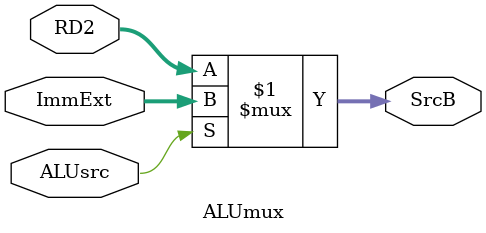
<source format=sv>
module ALUmux #(
    parameter DATA_WIDTH = 32
)(
    input logic [DATA_WIDTH-1:0] ImmExt,
    input logic [DATA_WIDTH-1:0] RD2,
    input logic ALUsrc,
    output logic [DATA_WIDTH-1:0] SrcB
);

assign SrcB = (ALUsrc) ? ImmExt  : RD2; // Determines if we use the immediate or register value

endmodule

</source>
